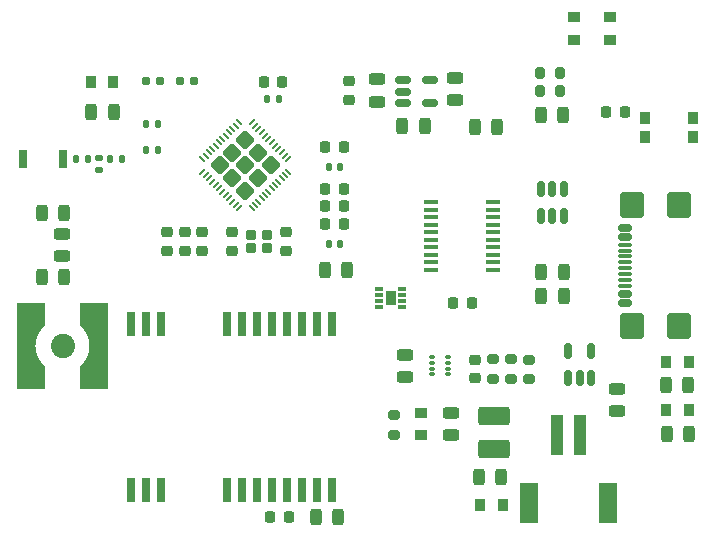
<source format=gbr>
%TF.GenerationSoftware,KiCad,Pcbnew,9.0.3*%
%TF.CreationDate,2025-07-17T21:10:23+02:00*%
%TF.ProjectId,LoRa_Project,4c6f5261-5f50-4726-9f6a-6563742e6b69,rev?*%
%TF.SameCoordinates,Original*%
%TF.FileFunction,Paste,Top*%
%TF.FilePolarity,Positive*%
%FSLAX46Y46*%
G04 Gerber Fmt 4.6, Leading zero omitted, Abs format (unit mm)*
G04 Created by KiCad (PCBNEW 9.0.3) date 2025-07-17 21:10:23*
%MOMM*%
%LPD*%
G01*
G04 APERTURE LIST*
G04 Aperture macros list*
%AMRoundRect*
0 Rectangle with rounded corners*
0 $1 Rounding radius*
0 $2 $3 $4 $5 $6 $7 $8 $9 X,Y pos of 4 corners*
0 Add a 4 corners polygon primitive as box body*
4,1,4,$2,$3,$4,$5,$6,$7,$8,$9,$2,$3,0*
0 Add four circle primitives for the rounded corners*
1,1,$1+$1,$2,$3*
1,1,$1+$1,$4,$5*
1,1,$1+$1,$6,$7*
1,1,$1+$1,$8,$9*
0 Add four rect primitives between the rounded corners*
20,1,$1+$1,$2,$3,$4,$5,0*
20,1,$1+$1,$4,$5,$6,$7,0*
20,1,$1+$1,$6,$7,$8,$9,0*
20,1,$1+$1,$8,$9,$2,$3,0*%
%AMFreePoly0*
4,1,14,1.640000,1.767700,1.302700,1.428100,1.020700,0.978600,0.850200,0.476000,0.800000,0.000000,0.850200,-0.476000,1.020700,-0.978600,1.302700,-1.428100,1.640000,-1.767700,1.640000,-3.680000,-0.800000,-3.680000,-0.800000,3.680000,1.640000,3.680000,1.640000,1.767700,1.640000,1.767700,$1*%
G04 Aperture macros list end*
%ADD10RoundRect,0.243750X0.243750X0.456250X-0.243750X0.456250X-0.243750X-0.456250X0.243750X-0.456250X0*%
%ADD11RoundRect,0.150000X0.150000X-0.512500X0.150000X0.512500X-0.150000X0.512500X-0.150000X-0.512500X0*%
%ADD12RoundRect,0.100000X0.300000X0.450000X-0.300000X0.450000X-0.300000X-0.450000X0.300000X-0.450000X0*%
%ADD13RoundRect,0.218750X-0.218750X-0.256250X0.218750X-0.256250X0.218750X0.256250X-0.218750X0.256250X0*%
%ADD14RoundRect,0.243750X-0.456250X0.243750X-0.456250X-0.243750X0.456250X-0.243750X0.456250X0.243750X0*%
%ADD15RoundRect,0.147500X-0.147500X-0.172500X0.147500X-0.172500X0.147500X0.172500X-0.147500X0.172500X0*%
%ADD16RoundRect,0.147500X0.147500X0.172500X-0.147500X0.172500X-0.147500X-0.172500X0.147500X-0.172500X0*%
%ADD17RoundRect,0.100000X0.450000X-0.300000X0.450000X0.300000X-0.450000X0.300000X-0.450000X-0.300000X0*%
%ADD18RoundRect,0.160000X-0.197500X-0.160000X0.197500X-0.160000X0.197500X0.160000X-0.197500X0.160000X0*%
%ADD19RoundRect,0.050000X0.200000X0.100000X-0.200000X0.100000X-0.200000X-0.100000X0.200000X-0.100000X0*%
%ADD20RoundRect,0.243750X-0.243750X-0.456250X0.243750X-0.456250X0.243750X0.456250X-0.243750X0.456250X0*%
%ADD21RoundRect,0.200000X-0.275000X0.200000X-0.275000X-0.200000X0.275000X-0.200000X0.275000X0.200000X0*%
%ADD22RoundRect,0.200000X0.250000X0.200000X-0.250000X0.200000X-0.250000X-0.200000X0.250000X-0.200000X0*%
%ADD23RoundRect,0.218750X-0.256250X0.218750X-0.256250X-0.218750X0.256250X-0.218750X0.256250X0.218750X0*%
%ADD24RoundRect,0.200000X0.275000X-0.200000X0.275000X0.200000X-0.275000X0.200000X-0.275000X-0.200000X0*%
%ADD25RoundRect,0.150000X-0.150000X0.512500X-0.150000X-0.512500X0.150000X-0.512500X0.150000X0.512500X0*%
%ADD26R,0.800000X2.000000*%
%ADD27RoundRect,0.150000X-0.512500X-0.150000X0.512500X-0.150000X0.512500X0.150000X-0.512500X0.150000X0*%
%ADD28R,1.200000X0.400000*%
%ADD29RoundRect,0.100000X-0.300000X-0.450000X0.300000X-0.450000X0.300000X0.450000X-0.300000X0.450000X0*%
%ADD30R,0.750000X0.300000*%
%ADD31R,0.900000X1.300000*%
%ADD32RoundRect,0.250000X0.000000X0.523259X-0.523259X0.000000X0.000000X-0.523259X0.523259X0.000000X0*%
%ADD33RoundRect,0.050000X0.212132X0.282843X-0.282843X-0.212132X-0.212132X-0.282843X0.282843X0.212132X0*%
%ADD34RoundRect,0.050000X-0.212132X0.282843X-0.282843X0.212132X0.212132X-0.282843X0.282843X-0.212132X0*%
%ADD35RoundRect,0.150000X0.425000X-0.150000X0.425000X0.150000X-0.425000X0.150000X-0.425000X-0.150000X0*%
%ADD36RoundRect,0.075000X0.500000X-0.075000X0.500000X0.075000X-0.500000X0.075000X-0.500000X-0.075000X0*%
%ADD37RoundRect,0.250000X0.750000X-0.840000X0.750000X0.840000X-0.750000X0.840000X-0.750000X-0.840000X0*%
%ADD38RoundRect,0.200000X-0.200000X-0.275000X0.200000X-0.275000X0.200000X0.275000X-0.200000X0.275000X0*%
%ADD39RoundRect,0.147500X0.172500X-0.147500X0.172500X0.147500X-0.172500X0.147500X-0.172500X-0.147500X0*%
%ADD40RoundRect,0.218750X0.218750X0.256250X-0.218750X0.256250X-0.218750X-0.256250X0.218750X-0.256250X0*%
%ADD41RoundRect,0.218750X0.256250X-0.218750X0.256250X0.218750X-0.256250X0.218750X-0.256250X-0.218750X0*%
%ADD42RoundRect,0.320000X-1.030000X0.480000X-1.030000X-0.480000X1.030000X-0.480000X1.030000X0.480000X0*%
%ADD43R,0.900000X1.000000*%
%ADD44RoundRect,0.243750X0.456250X-0.243750X0.456250X0.243750X-0.456250X0.243750X-0.456250X-0.243750X0*%
%ADD45R,1.000000X3.500000*%
%ADD46R,1.500000X3.400000*%
%ADD47R,0.800000X1.600000*%
%ADD48C,2.050000*%
%ADD49FreePoly0,180.000000*%
%ADD50FreePoly0,0.000000*%
G04 APERTURE END LIST*
D10*
%TO.C,C15*%
X195337500Y-70100000D03*
X193462500Y-70100000D03*
%TD*%
D11*
%TO.C,U4*%
X237999999Y-84000000D03*
X238949999Y-84000000D03*
X239899999Y-84000000D03*
X239899999Y-81725000D03*
X237999999Y-81725000D03*
%TD*%
D12*
%TO.C,D7*%
X199449999Y-59000000D03*
X197550001Y-59000000D03*
%TD*%
D13*
%TO.C,C27*%
X241212500Y-61500000D03*
X242787500Y-61500000D03*
%TD*%
D14*
%TO.C,L1*%
X195100000Y-71862499D03*
X195100000Y-73737501D03*
%TD*%
D15*
%TO.C,C10*%
X212515000Y-60450000D03*
X213485000Y-60450000D03*
%TD*%
D14*
%TO.C,C5*%
X228362500Y-58662500D03*
X228362500Y-60537500D03*
%TD*%
D16*
%TO.C,C8*%
X203235000Y-64750000D03*
X202265000Y-64750000D03*
%TD*%
D17*
%TO.C,D6*%
X225500000Y-88900000D03*
X225500000Y-87000002D03*
%TD*%
D18*
%TO.C,R15*%
X205102500Y-58900000D03*
X206297500Y-58900000D03*
%TD*%
D17*
%TO.C,D2*%
X241540000Y-55399999D03*
X241540000Y-53500001D03*
%TD*%
D19*
%TO.C,U1*%
X227785800Y-83737499D03*
X227785800Y-83237499D03*
X227785800Y-82737499D03*
X227785800Y-82237499D03*
X226414200Y-82237499D03*
X226414200Y-82737499D03*
X226414200Y-83237499D03*
X226414200Y-83737499D03*
%TD*%
D10*
%TO.C,C6*%
X219287500Y-74900000D03*
X217412500Y-74900000D03*
%TD*%
D13*
%TO.C,C21*%
X217424999Y-71000000D03*
X218999999Y-71000000D03*
%TD*%
D20*
%TO.C,R10*%
X230462499Y-92400000D03*
X232337501Y-92400000D03*
%TD*%
D14*
%TO.C,R5*%
X224200000Y-82062499D03*
X224200000Y-83937501D03*
%TD*%
D20*
%TO.C,C14*%
X216625000Y-95800000D03*
X218500000Y-95800000D03*
%TD*%
D21*
%TO.C,R13*%
X223200000Y-87175000D03*
X223200000Y-88825000D03*
%TD*%
D22*
%TO.C,Y1*%
X212500000Y-71900000D03*
X211100000Y-71900000D03*
X211100000Y-73000000D03*
X212500000Y-73000000D03*
%TD*%
D23*
%TO.C,C1*%
X230100000Y-82487500D03*
X230100000Y-84062500D03*
%TD*%
D24*
%TO.C,R2*%
X233100000Y-84100000D03*
X233100000Y-82450000D03*
%TD*%
D25*
%TO.C,U3*%
X237600000Y-68075000D03*
X236650001Y-68075000D03*
X235700002Y-68075000D03*
X235700002Y-70350000D03*
X236650001Y-70350000D03*
X237600000Y-70350000D03*
%TD*%
D26*
%TO.C,IC2*%
X200960000Y-93500000D03*
X202230000Y-93500000D03*
X203500000Y-93500000D03*
X209070000Y-93500000D03*
X210340000Y-93500000D03*
X211610000Y-93500000D03*
X212880000Y-93500000D03*
X214150000Y-93500000D03*
X215420000Y-93500000D03*
X216690000Y-93500000D03*
X217960000Y-93500000D03*
X217960000Y-79500000D03*
X216690000Y-79500000D03*
X215420000Y-79500000D03*
X214150000Y-79500000D03*
X212880000Y-79500000D03*
X211610000Y-79500000D03*
X210340000Y-79500000D03*
X209070000Y-79500000D03*
X203500000Y-79500000D03*
X202230000Y-79500000D03*
X200960000Y-79500000D03*
%TD*%
D10*
%TO.C,R16*%
X199487501Y-61500000D03*
X197612499Y-61500000D03*
%TD*%
%TO.C,C16*%
X195299999Y-75500000D03*
X193424999Y-75500000D03*
%TD*%
D15*
%TO.C,C28*%
X217715000Y-66200000D03*
X218685000Y-66200000D03*
%TD*%
D20*
%TO.C,R11*%
X246324999Y-88750000D03*
X248200001Y-88750000D03*
%TD*%
D27*
%TO.C,U2*%
X224025000Y-58850000D03*
X224025000Y-59800000D03*
X224025000Y-60750000D03*
X226300000Y-60750000D03*
X226300000Y-58850000D03*
%TD*%
D28*
%TO.C,U6*%
X226400000Y-69142500D03*
X226400000Y-69777500D03*
X226399999Y-70412500D03*
X226400000Y-71047500D03*
X226400000Y-71682500D03*
X226400000Y-72317500D03*
X226400000Y-72952500D03*
X226399999Y-73587500D03*
X226400000Y-74222500D03*
X226400000Y-74857500D03*
X231600000Y-74857500D03*
X231600000Y-74222500D03*
X231600001Y-73587500D03*
X231600000Y-72952500D03*
X231600000Y-72317500D03*
X231600000Y-71682500D03*
X231600000Y-71047500D03*
X231600001Y-70412500D03*
X231600000Y-69777500D03*
X231600000Y-69142500D03*
%TD*%
D29*
%TO.C,D3*%
X246300001Y-82650000D03*
X248199999Y-82650000D03*
%TD*%
D21*
%TO.C,R12*%
X234700000Y-82475000D03*
X234700000Y-84125000D03*
%TD*%
D30*
%TO.C,IC1*%
X221950000Y-76500000D03*
X221950000Y-77000000D03*
X221950000Y-77500000D03*
X221950000Y-78000000D03*
X223950000Y-78000000D03*
X223950000Y-77500000D03*
X223950000Y-77000000D03*
X223950000Y-76500000D03*
D31*
X222950000Y-77250000D03*
%TD*%
D32*
%TO.C,U5*%
X212805347Y-66030330D03*
X210641600Y-63866583D03*
X211723473Y-64948457D03*
X211723473Y-67112203D03*
X210641600Y-66030330D03*
X209559727Y-64948457D03*
X209559727Y-67112203D03*
X210641600Y-68194077D03*
X208477853Y-66030330D03*
D33*
X214283200Y-65500000D03*
X214000357Y-65217157D03*
X213717514Y-64934314D03*
X213434672Y-64651472D03*
X213151829Y-64368629D03*
X212868986Y-64085786D03*
X212586144Y-63802944D03*
X212303301Y-63520101D03*
X212020458Y-63237258D03*
X211737616Y-62954416D03*
X211454773Y-62671573D03*
X211171930Y-62388730D03*
D34*
X210111270Y-62388730D03*
X209828427Y-62671573D03*
X209545584Y-62954416D03*
X209262742Y-63237258D03*
X208979899Y-63520101D03*
X208697056Y-63802944D03*
X208414214Y-64085786D03*
X208131371Y-64368629D03*
X207848528Y-64651472D03*
X207565686Y-64934314D03*
X207282843Y-65217157D03*
X207000000Y-65500000D03*
D33*
X207000000Y-66560660D03*
X207282843Y-66843503D03*
X207565686Y-67126346D03*
X207848528Y-67409188D03*
X208131371Y-67692031D03*
X208414214Y-67974874D03*
X208697056Y-68257716D03*
X208979899Y-68540559D03*
X209262742Y-68823402D03*
X209545584Y-69106244D03*
X209828427Y-69389087D03*
X210111270Y-69671930D03*
D34*
X211171930Y-69671930D03*
X211454773Y-69389087D03*
X211737616Y-69106244D03*
X212020458Y-68823402D03*
X212303301Y-68540559D03*
X212586144Y-68257716D03*
X212868986Y-67974874D03*
X213151829Y-67692031D03*
X213434672Y-67409188D03*
X213717514Y-67126346D03*
X214000357Y-66843503D03*
X214283200Y-66560660D03*
%TD*%
D35*
%TO.C,J2*%
X242820000Y-77700000D03*
X242820000Y-76900000D03*
D36*
X242820000Y-75750000D03*
X242820000Y-74750000D03*
X242820000Y-74250000D03*
X242820000Y-73250000D03*
D35*
X242820000Y-72100000D03*
X242820000Y-71300000D03*
X242820000Y-71300000D03*
X242820000Y-72100000D03*
D36*
X242820000Y-72750000D03*
X242820000Y-73750000D03*
X242820000Y-75250000D03*
X242820000Y-76250000D03*
D35*
X242820000Y-76900000D03*
X242820000Y-77700000D03*
D37*
X243395000Y-79610000D03*
X247325000Y-79610000D03*
X243395000Y-69390000D03*
X247325000Y-69390000D03*
%TD*%
D38*
%TO.C,R8*%
X235600000Y-58250000D03*
X237250000Y-58250000D03*
%TD*%
D39*
%TO.C,L5*%
X198250000Y-66400000D03*
X198250000Y-65430000D03*
%TD*%
D16*
%TO.C,C26*%
X203235000Y-62510001D03*
X202265000Y-62510001D03*
%TD*%
D20*
%TO.C,R20*%
X235662499Y-61750000D03*
X237537501Y-61750000D03*
%TD*%
D23*
%TO.C,C24*%
X207000000Y-71712500D03*
X207000000Y-73287500D03*
%TD*%
D10*
%TO.C,R3*%
X237587501Y-77100000D03*
X235712499Y-77100000D03*
%TD*%
D13*
%TO.C,L3*%
X217424998Y-69500000D03*
X219000000Y-69500000D03*
%TD*%
D40*
%TO.C,C11*%
X229799999Y-77700000D03*
X228224999Y-77700000D03*
%TD*%
D41*
%TO.C,C25*%
X214100000Y-73287500D03*
X214100000Y-71712500D03*
%TD*%
D23*
%TO.C,C23*%
X205500000Y-71712500D03*
X205500000Y-73287500D03*
%TD*%
D40*
%TO.C,L2*%
X219000000Y-68000000D03*
X217424998Y-68000000D03*
%TD*%
D13*
%TO.C,C20*%
X212212500Y-59000000D03*
X213787500Y-59000000D03*
%TD*%
D29*
%TO.C,D5*%
X246300001Y-86730000D03*
X248199999Y-86730000D03*
%TD*%
D24*
%TO.C,R1*%
X231600000Y-84100000D03*
X231600000Y-82450000D03*
%TD*%
D16*
%TO.C,L4*%
X197300000Y-65500000D03*
X196330000Y-65500000D03*
%TD*%
D38*
%TO.C,R7*%
X235600000Y-59750000D03*
X237250000Y-59750000D03*
%TD*%
D14*
%TO.C,C19*%
X221762500Y-58762500D03*
X221762500Y-60637500D03*
%TD*%
D15*
%TO.C,C29*%
X217730000Y-72700000D03*
X218700000Y-72700000D03*
%TD*%
D18*
%TO.C,R14*%
X202205000Y-58910000D03*
X203400000Y-58910000D03*
%TD*%
D23*
%TO.C,C22*%
X204000000Y-71712500D03*
X204000000Y-73287500D03*
%TD*%
D42*
%TO.C,C7*%
X231700000Y-87250001D03*
X231700000Y-90049999D03*
%TD*%
D40*
%TO.C,C13*%
X214337501Y-95800000D03*
X212762501Y-95800000D03*
%TD*%
D43*
%TO.C,RST1*%
X248550000Y-62000000D03*
X248550000Y-63600000D03*
X244450000Y-63600000D03*
X244450000Y-62000000D03*
%TD*%
D14*
%TO.C,C18*%
X228100000Y-86962500D03*
X228100000Y-88837500D03*
%TD*%
D20*
%TO.C,R4*%
X235712499Y-75050000D03*
X237587501Y-75050000D03*
%TD*%
D29*
%TO.C,D4*%
X230550001Y-94825000D03*
X232449999Y-94825000D03*
%TD*%
D44*
%TO.C,C17*%
X242100000Y-86875001D03*
X242100000Y-85000001D03*
%TD*%
D10*
%TO.C,C4*%
X225825000Y-62725000D03*
X223950000Y-62725000D03*
%TD*%
D16*
%TO.C,C30*%
X200185000Y-65500000D03*
X199215000Y-65500000D03*
%TD*%
D45*
%TO.C,J4*%
X237000000Y-88875000D03*
X239000000Y-88875000D03*
D46*
X234650000Y-94625000D03*
X241350000Y-94625000D03*
%TD*%
D20*
%TO.C,R9*%
X246262499Y-84650000D03*
X248137501Y-84650000D03*
%TD*%
D23*
%TO.C,C2*%
X219462500Y-58912500D03*
X219462500Y-60487500D03*
%TD*%
D47*
%TO.C,E1*%
X195200000Y-65500000D03*
X191800000Y-65500000D03*
%TD*%
D13*
%TO.C,C3*%
X217425000Y-64500000D03*
X219000000Y-64500000D03*
%TD*%
D17*
%TO.C,D1*%
X238500000Y-55399998D03*
X238500000Y-53500000D03*
%TD*%
D20*
%TO.C,R6*%
X230062499Y-62800000D03*
X231937501Y-62800000D03*
%TD*%
D48*
%TO.C,J5*%
X195200000Y-81300000D03*
D49*
X198280000Y-81300000D03*
D50*
X192120000Y-81300000D03*
%TD*%
D41*
%TO.C,C9*%
X209500000Y-73287500D03*
X209500000Y-71712500D03*
%TD*%
M02*

</source>
